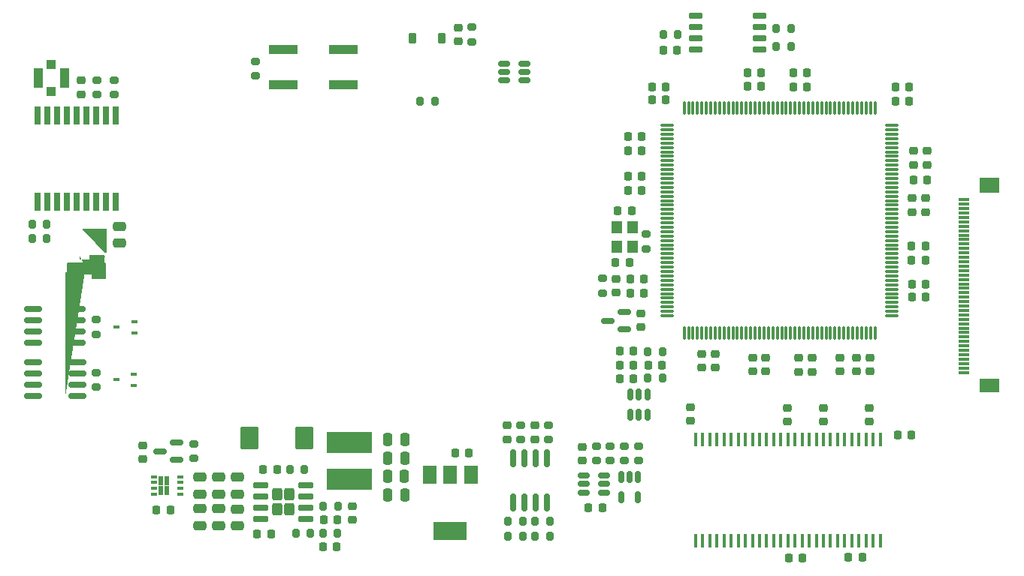
<source format=gbr>
%TF.GenerationSoftware,KiCad,Pcbnew,7.0.1*%
%TF.CreationDate,2024-06-10T08:55:10+03:00*%
%TF.ProjectId,Dash 6.8,44617368-2036-42e3-982e-6b696361645f,rev?*%
%TF.SameCoordinates,Original*%
%TF.FileFunction,Paste,Top*%
%TF.FilePolarity,Positive*%
%FSLAX46Y46*%
G04 Gerber Fmt 4.6, Leading zero omitted, Abs format (unit mm)*
G04 Created by KiCad (PCBNEW 7.0.1) date 2024-06-10 08:55:10*
%MOMM*%
%LPD*%
G01*
G04 APERTURE LIST*
G04 Aperture macros list*
%AMRoundRect*
0 Rectangle with rounded corners*
0 $1 Rounding radius*
0 $2 $3 $4 $5 $6 $7 $8 $9 X,Y pos of 4 corners*
0 Add a 4 corners polygon primitive as box body*
4,1,4,$2,$3,$4,$5,$6,$7,$8,$9,$2,$3,0*
0 Add four circle primitives for the rounded corners*
1,1,$1+$1,$2,$3*
1,1,$1+$1,$4,$5*
1,1,$1+$1,$6,$7*
1,1,$1+$1,$8,$9*
0 Add four rect primitives between the rounded corners*
20,1,$1+$1,$2,$3,$4,$5,0*
20,1,$1+$1,$4,$5,$6,$7,0*
20,1,$1+$1,$6,$7,$8,$9,0*
20,1,$1+$1,$8,$9,$2,$3,0*%
%AMFreePoly0*
4,1,42,-0.727168,1.845106,-0.719098,1.845106,-0.700152,1.831341,-0.679289,1.820711,1.820711,-0.679289,1.831341,-0.700152,1.845106,-0.719098,1.845106,-0.727168,1.848769,-0.734357,1.845106,-0.757485,1.845106,-0.780902,1.840363,-0.787429,1.839101,-0.795399,1.822544,-0.811955,1.808779,-0.830902,1.801104,-0.833395,1.795399,-0.839101,1.772269,-0.842764,1.750000,-0.850000,-0.750000,-0.850000,
-0.765063,-0.845106,-0.780902,-0.845106,-0.793715,-0.835796,-0.808779,-0.830902,-0.818088,-0.818088,-0.830902,-0.808779,-0.835796,-0.793715,-0.845106,-0.780902,-0.845106,-0.765063,-0.850000,-0.750000,-0.850000,1.750000,-0.842764,1.772269,-0.839101,1.795399,-0.833395,1.801104,-0.830902,1.808779,-0.811955,1.822544,-0.795399,1.839101,-0.787429,1.840363,-0.780902,1.845106,-0.757485,1.845106,
-0.734357,1.848769,-0.727168,1.845106,-0.727168,1.845106,$1*%
%AMFreePoly1*
4,1,69,-0.734937,1.345106,-0.719098,1.345106,-0.706284,1.335796,-0.691221,1.330902,-0.681911,1.318088,-0.669098,1.308779,-0.664203,1.293715,-0.654894,1.280902,-0.654894,1.265063,-0.650000,1.250000,-0.650000,0.850000,0.400000,0.850000,0.400000,1.250000,0.404894,1.265063,0.404894,1.280902,0.414203,1.293715,0.419098,1.308779,0.431911,1.318088,0.441221,1.330902,0.456284,1.335796,
0.469098,1.345106,0.484937,1.345106,0.500000,1.350000,2.000000,1.350000,2.015063,1.345106,2.030902,1.345106,2.043715,1.335796,2.058779,1.330902,2.068088,1.318088,2.080902,1.308779,2.085796,1.293715,2.095106,1.280902,2.095106,1.265063,2.100000,1.250000,2.100000,-0.500000,2.095106,-0.515063,2.095106,-0.530902,2.085796,-0.543715,2.080902,-0.558779,2.068088,-0.568088,
2.058779,-0.580902,2.043715,-0.585796,2.030902,-0.595106,2.015063,-0.595106,2.000000,-0.600000,-2.250000,-0.600000,-2.265063,-0.595106,-2.280902,-0.595106,-2.293715,-0.585796,-2.308779,-0.580902,-2.318088,-0.568088,-2.330902,-0.558779,-2.335796,-0.543715,-2.345106,-0.530902,-2.345106,-0.515063,-2.350000,-0.500000,-2.350000,1.250000,-2.345106,1.265063,-2.345106,1.280902,-2.335796,1.293715,
-2.330902,1.308779,-2.318088,1.318088,-2.308779,1.330902,-2.293715,1.335796,-2.280902,1.345106,-2.265063,1.345106,-2.250000,1.350000,-0.750000,1.350000,-0.734937,1.345106,-0.734937,1.345106,$1*%
G04 Aperture macros list end*
%ADD10C,0.200000*%
%ADD11RoundRect,0.200000X-0.200000X-0.275000X0.200000X-0.275000X0.200000X0.275000X-0.200000X0.275000X0*%
%ADD12RoundRect,0.225000X0.250000X-0.225000X0.250000X0.225000X-0.250000X0.225000X-0.250000X-0.225000X0*%
%ADD13RoundRect,0.200000X0.200000X0.275000X-0.200000X0.275000X-0.200000X-0.275000X0.200000X-0.275000X0*%
%ADD14RoundRect,0.218750X0.256250X-0.218750X0.256250X0.218750X-0.256250X0.218750X-0.256250X-0.218750X0*%
%ADD15RoundRect,0.225000X0.225000X0.250000X-0.225000X0.250000X-0.225000X-0.250000X0.225000X-0.250000X0*%
%ADD16RoundRect,0.150000X-0.825000X-0.150000X0.825000X-0.150000X0.825000X0.150000X-0.825000X0.150000X0*%
%ADD17RoundRect,0.225000X-0.225000X-0.250000X0.225000X-0.250000X0.225000X0.250000X-0.225000X0.250000X0*%
%ADD18RoundRect,0.075000X-0.675000X-0.075000X0.675000X-0.075000X0.675000X0.075000X-0.675000X0.075000X0*%
%ADD19RoundRect,0.075000X-0.075000X-0.675000X0.075000X-0.675000X0.075000X0.675000X-0.075000X0.675000X0*%
%ADD20RoundRect,0.150000X-0.512500X-0.150000X0.512500X-0.150000X0.512500X0.150000X-0.512500X0.150000X0*%
%ADD21RoundRect,0.200000X-0.275000X0.200000X-0.275000X-0.200000X0.275000X-0.200000X0.275000X0.200000X0*%
%ADD22R,3.200000X1.000000*%
%ADD23R,0.600000X1.000000*%
%ADD24R,0.700000X0.420000*%
%ADD25RoundRect,0.225000X-0.250000X0.225000X-0.250000X-0.225000X0.250000X-0.225000X0.250000X0.225000X0*%
%ADD26R,0.700000X0.450000*%
%ADD27RoundRect,0.200000X0.275000X-0.200000X0.275000X0.200000X-0.275000X0.200000X-0.275000X-0.200000X0*%
%ADD28RoundRect,0.150000X-0.150000X0.512500X-0.150000X-0.512500X0.150000X-0.512500X0.150000X0.512500X0*%
%ADD29RoundRect,0.218750X0.218750X0.256250X-0.218750X0.256250X-0.218750X-0.256250X0.218750X-0.256250X0*%
%ADD30R,0.458000X1.510000*%
%ADD31RoundRect,0.250000X0.787500X1.025000X-0.787500X1.025000X-0.787500X-1.025000X0.787500X-1.025000X0*%
%ADD32R,1.000000X1.000000*%
%ADD33R,1.050000X2.200000*%
%ADD34RoundRect,0.250000X0.475000X-0.250000X0.475000X0.250000X-0.475000X0.250000X-0.475000X-0.250000X0*%
%ADD35RoundRect,0.250000X-0.250000X-0.475000X0.250000X-0.475000X0.250000X0.475000X-0.250000X0.475000X0*%
%ADD36RoundRect,0.150000X-0.150000X0.825000X-0.150000X-0.825000X0.150000X-0.825000X0.150000X0.825000X0*%
%ADD37RoundRect,0.225000X-0.225000X-0.375000X0.225000X-0.375000X0.225000X0.375000X-0.225000X0.375000X0*%
%ADD38RoundRect,0.150000X0.650000X0.150000X-0.650000X0.150000X-0.650000X-0.150000X0.650000X-0.150000X0*%
%ADD39RoundRect,0.150000X0.587500X0.150000X-0.587500X0.150000X-0.587500X-0.150000X0.587500X-0.150000X0*%
%ADD40R,0.700000X2.000000*%
%ADD41R,5.100000X2.350000*%
%ADD42RoundRect,0.250000X-0.475000X0.250000X-0.475000X-0.250000X0.475000X-0.250000X0.475000X0.250000X0*%
%ADD43FreePoly0,180.000000*%
%ADD44FreePoly1,180.000000*%
%ADD45R,1.500000X2.000000*%
%ADD46R,3.800000X2.000000*%
%ADD47R,1.200000X1.400000*%
%ADD48RoundRect,0.250000X-0.315000X-0.460000X0.315000X-0.460000X0.315000X0.460000X-0.315000X0.460000X0*%
%ADD49RoundRect,0.150000X-0.737500X-0.150000X0.737500X-0.150000X0.737500X0.150000X-0.737500X0.150000X0*%
%ADD50R,1.300000X0.300000*%
%ADD51R,2.200000X1.800000*%
%ADD52R,2.200000X1.550000*%
G04 APERTURE END LIST*
%TO.C,C68*%
D10*
X119045000Y-106330000D02*
X116545000Y-103830000D01*
X119045000Y-103830000D01*
X119045000Y-106330000D01*
G36*
X119045000Y-106330000D02*
G01*
X116545000Y-103830000D01*
X119045000Y-103830000D01*
X119045000Y-106330000D01*
G37*
X119045000Y-109330000D02*
X117545000Y-109330000D01*
X117545000Y-108830000D01*
X116295000Y-108830000D01*
X116295000Y-109330000D01*
X114795000Y-109330000D01*
X114795000Y-107580000D01*
X119045000Y-107580000D01*
X119045000Y-109330000D01*
G36*
X119045000Y-109330000D02*
G01*
X117545000Y-109330000D01*
X117545000Y-108830000D01*
X116295000Y-108830000D01*
X116295000Y-109330000D01*
X114795000Y-109330000D01*
X114795000Y-107580000D01*
X119045000Y-107580000D01*
X119045000Y-109330000D01*
G37*
%TD*%
D11*
%TO.C,R11*%
X194625000Y-81150000D03*
X196275000Y-81150000D03*
%TD*%
D12*
%TO.C,C34*%
X199950000Y-125475000D03*
X199950000Y-123925000D03*
%TD*%
D13*
%TO.C,R18*%
X141475000Y-130885000D03*
X139825000Y-130885000D03*
%TD*%
D11*
%TO.C,R24*%
X164425000Y-136762500D03*
X166075000Y-136762500D03*
%TD*%
D14*
%TO.C,L2*%
X116300000Y-88537500D03*
X116300000Y-86962500D03*
%TD*%
D11*
%TO.C,R20*%
X110782500Y-103180000D03*
X112432500Y-103180000D03*
%TD*%
D15*
%TO.C,C51*%
X138375000Y-130885000D03*
X136825000Y-130885000D03*
%TD*%
D11*
%TO.C,R21*%
X110782500Y-104830000D03*
X112432500Y-104830000D03*
%TD*%
D13*
%TO.C,R14*%
X145175000Y-138110000D03*
X143525000Y-138110000D03*
%TD*%
D16*
%TO.C,U3*%
X110900000Y-118800000D03*
X110900000Y-120070000D03*
X110900000Y-121340000D03*
X110900000Y-122610000D03*
X115850000Y-122610000D03*
X115850000Y-121340000D03*
X115850000Y-120070000D03*
X115850000Y-118800000D03*
%TD*%
D17*
%TO.C,C10*%
X208075000Y-89300000D03*
X209625000Y-89300000D03*
%TD*%
D18*
%TO.C,U4*%
X182325000Y-92050000D03*
X182325000Y-92550000D03*
X182325000Y-93050000D03*
X182325000Y-93550000D03*
X182325000Y-94050000D03*
X182325000Y-94550000D03*
X182325000Y-95050000D03*
X182325000Y-95550000D03*
X182325000Y-96050000D03*
X182325000Y-96550000D03*
X182325000Y-97050000D03*
X182325000Y-97550000D03*
X182325000Y-98050000D03*
X182325000Y-98550000D03*
X182325000Y-99050000D03*
X182325000Y-99550000D03*
X182325000Y-100050000D03*
X182325000Y-100550000D03*
X182325000Y-101050000D03*
X182325000Y-101550000D03*
X182325000Y-102050000D03*
X182325000Y-102550000D03*
X182325000Y-103050000D03*
X182325000Y-103550000D03*
X182325000Y-104050000D03*
X182325000Y-104550000D03*
X182325000Y-105050000D03*
X182325000Y-105550000D03*
X182325000Y-106050000D03*
X182325000Y-106550000D03*
X182325000Y-107050000D03*
X182325000Y-107550000D03*
X182325000Y-108050000D03*
X182325000Y-108550000D03*
X182325000Y-109050000D03*
X182325000Y-109550000D03*
X182325000Y-110050000D03*
X182325000Y-110550000D03*
X182325000Y-111050000D03*
X182325000Y-111550000D03*
X182325000Y-112050000D03*
X182325000Y-112550000D03*
X182325000Y-113050000D03*
X182325000Y-113550000D03*
D19*
X184250000Y-115475000D03*
X184750000Y-115475000D03*
X185250000Y-115475000D03*
X185750000Y-115475000D03*
X186250000Y-115475000D03*
X186750000Y-115475000D03*
X187250000Y-115475000D03*
X187750000Y-115475000D03*
X188250000Y-115475000D03*
X188750000Y-115475000D03*
X189250000Y-115475000D03*
X189750000Y-115475000D03*
X190250000Y-115475000D03*
X190750000Y-115475000D03*
X191250000Y-115475000D03*
X191750000Y-115475000D03*
X192250000Y-115475000D03*
X192750000Y-115475000D03*
X193250000Y-115475000D03*
X193750000Y-115475000D03*
X194250000Y-115475000D03*
X194750000Y-115475000D03*
X195250000Y-115475000D03*
X195750000Y-115475000D03*
X196250000Y-115475000D03*
X196750000Y-115475000D03*
X197250000Y-115475000D03*
X197750000Y-115475000D03*
X198250000Y-115475000D03*
X198750000Y-115475000D03*
X199250000Y-115475000D03*
X199750000Y-115475000D03*
X200250000Y-115475000D03*
X200750000Y-115475000D03*
X201250000Y-115475000D03*
X201750000Y-115475000D03*
X202250000Y-115475000D03*
X202750000Y-115475000D03*
X203250000Y-115475000D03*
X203750000Y-115475000D03*
X204250000Y-115475000D03*
X204750000Y-115475000D03*
X205250000Y-115475000D03*
X205750000Y-115475000D03*
D18*
X207675000Y-113550000D03*
X207675000Y-113050000D03*
X207675000Y-112550000D03*
X207675000Y-112050000D03*
X207675000Y-111550000D03*
X207675000Y-111050000D03*
X207675000Y-110550000D03*
X207675000Y-110050000D03*
X207675000Y-109550000D03*
X207675000Y-109050000D03*
X207675000Y-108550000D03*
X207675000Y-108050000D03*
X207675000Y-107550000D03*
X207675000Y-107050000D03*
X207675000Y-106550000D03*
X207675000Y-106050000D03*
X207675000Y-105550000D03*
X207675000Y-105050000D03*
X207675000Y-104550000D03*
X207675000Y-104050000D03*
X207675000Y-103550000D03*
X207675000Y-103050000D03*
X207675000Y-102550000D03*
X207675000Y-102050000D03*
X207675000Y-101550000D03*
X207675000Y-101050000D03*
X207675000Y-100550000D03*
X207675000Y-100050000D03*
X207675000Y-99550000D03*
X207675000Y-99050000D03*
X207675000Y-98550000D03*
X207675000Y-98050000D03*
X207675000Y-97550000D03*
X207675000Y-97050000D03*
X207675000Y-96550000D03*
X207675000Y-96050000D03*
X207675000Y-95550000D03*
X207675000Y-95050000D03*
X207675000Y-94550000D03*
X207675000Y-94050000D03*
X207675000Y-93550000D03*
X207675000Y-93050000D03*
X207675000Y-92550000D03*
X207675000Y-92050000D03*
D19*
X205750000Y-90125000D03*
X205250000Y-90125000D03*
X204750000Y-90125000D03*
X204250000Y-90125000D03*
X203750000Y-90125000D03*
X203250000Y-90125000D03*
X202750000Y-90125000D03*
X202250000Y-90125000D03*
X201750000Y-90125000D03*
X201250000Y-90125000D03*
X200750000Y-90125000D03*
X200250000Y-90125000D03*
X199750000Y-90125000D03*
X199250000Y-90125000D03*
X198750000Y-90125000D03*
X198250000Y-90125000D03*
X197750000Y-90125000D03*
X197250000Y-90125000D03*
X196750000Y-90125000D03*
X196250000Y-90125000D03*
X195750000Y-90125000D03*
X195250000Y-90125000D03*
X194750000Y-90125000D03*
X194250000Y-90125000D03*
X193750000Y-90125000D03*
X193250000Y-90125000D03*
X192750000Y-90125000D03*
X192250000Y-90125000D03*
X191750000Y-90125000D03*
X191250000Y-90125000D03*
X190750000Y-90125000D03*
X190250000Y-90125000D03*
X189750000Y-90125000D03*
X189250000Y-90125000D03*
X188750000Y-90125000D03*
X188250000Y-90125000D03*
X187750000Y-90125000D03*
X187250000Y-90125000D03*
X186750000Y-90125000D03*
X186250000Y-90125000D03*
X185750000Y-90125000D03*
X185250000Y-90125000D03*
X184750000Y-90125000D03*
X184250000Y-90125000D03*
%TD*%
D17*
%TO.C,C45*%
X180187500Y-119100000D03*
X181737500Y-119100000D03*
%TD*%
D12*
%TO.C,C39*%
X205100000Y-125525000D03*
X205100000Y-123975000D03*
%TD*%
D20*
%TO.C,U13*%
X172937500Y-131587500D03*
X172937500Y-132537500D03*
X172937500Y-133487500D03*
X175212500Y-133487500D03*
X175212500Y-132537500D03*
X175212500Y-131587500D03*
%TD*%
D15*
%TO.C,C23*%
X182175000Y-87700000D03*
X180625000Y-87700000D03*
%TD*%
D12*
%TO.C,C38*%
X176600000Y-110950000D03*
X176600000Y-109400000D03*
%TD*%
D21*
%TO.C,R31*%
X177487500Y-128262500D03*
X177487500Y-129912500D03*
%TD*%
D22*
%TO.C,SW1*%
X145850000Y-87500000D03*
X139050000Y-87500000D03*
X145850000Y-83500000D03*
X139050000Y-83500000D03*
%TD*%
D12*
%TO.C,C43*%
X195900000Y-125475000D03*
X195900000Y-123925000D03*
%TD*%
D17*
%TO.C,C17*%
X209875000Y-105700000D03*
X211425000Y-105700000D03*
%TD*%
%TO.C,C32*%
X176987500Y-117550000D03*
X178537500Y-117550000D03*
%TD*%
D13*
%TO.C,R33*%
X166075000Y-138412500D03*
X164425000Y-138412500D03*
%TD*%
D21*
%TO.C,R2*%
X118030000Y-119955000D03*
X118030000Y-121605000D03*
%TD*%
%TO.C,R8*%
X180000000Y-104325000D03*
X180000000Y-105975000D03*
%TD*%
D13*
%TO.C,R10*%
X183525000Y-81835000D03*
X181875000Y-81835000D03*
%TD*%
D15*
%TO.C,C6*%
X192925000Y-86120000D03*
X191375000Y-86120000D03*
%TD*%
D21*
%TO.C,R3*%
X175050000Y-109350000D03*
X175050000Y-111000000D03*
%TD*%
D23*
%TO.C,Q1*%
X125985000Y-133265000D03*
X125985000Y-132135000D03*
X125275000Y-133265000D03*
X125275000Y-132135000D03*
D24*
X124505000Y-133675000D03*
X124505000Y-133025000D03*
X124505000Y-132375000D03*
X124505000Y-131725000D03*
X127505000Y-133675000D03*
X127505000Y-133025000D03*
X127505000Y-132375000D03*
X127505000Y-131725000D03*
%TD*%
D25*
%TO.C,C19*%
X193450000Y-118250000D03*
X193450000Y-119800000D03*
%TD*%
D13*
%TO.C,R32*%
X169125000Y-138412500D03*
X167475000Y-138412500D03*
%TD*%
D12*
%TO.C,C44*%
X158775000Y-82550000D03*
X158775000Y-81000000D03*
%TD*%
D26*
%TO.C,D2*%
X122255000Y-121430000D03*
X122255000Y-120130000D03*
X120255000Y-120780000D03*
%TD*%
D12*
%TO.C,C50*%
X123220000Y-129720000D03*
X123220000Y-128170000D03*
%TD*%
D25*
%TO.C,C22*%
X205200000Y-118275000D03*
X205200000Y-119825000D03*
%TD*%
%TO.C,C18*%
X198700000Y-118325000D03*
X198700000Y-119875000D03*
%TD*%
%TO.C,C71*%
X164300000Y-125937500D03*
X164300000Y-127487500D03*
%TD*%
D27*
%TO.C,R5*%
X160350000Y-82625000D03*
X160350000Y-80975000D03*
%TD*%
D28*
%TO.C,U12*%
X179037500Y-131750000D03*
X178087500Y-131750000D03*
X177137500Y-131750000D03*
X177137500Y-134025000D03*
X179037500Y-134025000D03*
%TD*%
D15*
%TO.C,C30*%
X179475000Y-99447500D03*
X177925000Y-99447500D03*
%TD*%
D25*
%TO.C,C7*%
X209950000Y-100275000D03*
X209950000Y-101825000D03*
%TD*%
D11*
%TO.C,R9*%
X180137500Y-117600000D03*
X181787500Y-117600000D03*
%TD*%
D29*
%TO.C,FB1*%
X178550000Y-120650000D03*
X176975000Y-120650000D03*
%TD*%
D25*
%TO.C,C8*%
X203650000Y-118275000D03*
X203650000Y-119825000D03*
%TD*%
D15*
%TO.C,C28*%
X192925000Y-87670000D03*
X191375000Y-87670000D03*
%TD*%
D30*
%TO.C,U14*%
X206350000Y-127475000D03*
X205550000Y-127475000D03*
X204750000Y-127475000D03*
X203950000Y-127475000D03*
X203150000Y-127475000D03*
X202350000Y-127475000D03*
X201550000Y-127475000D03*
X200750000Y-127475000D03*
X199950000Y-127475000D03*
X199150000Y-127475000D03*
X198350000Y-127475000D03*
X197550000Y-127475000D03*
X196750000Y-127475000D03*
X195950000Y-127475000D03*
X195150000Y-127475000D03*
X194350000Y-127475000D03*
X193550000Y-127475000D03*
X192750000Y-127475000D03*
X191950000Y-127475000D03*
X191150000Y-127475000D03*
X190350000Y-127475000D03*
X189550000Y-127475000D03*
X188750000Y-127475000D03*
X187950000Y-127475000D03*
X187150000Y-127475000D03*
X186350000Y-127475000D03*
X185550000Y-127475000D03*
X185550000Y-138975000D03*
X186350000Y-138975000D03*
X187150000Y-138975000D03*
X187950000Y-138975000D03*
X188750000Y-138975000D03*
X189550000Y-138975000D03*
X190350000Y-138975000D03*
X191150000Y-138975000D03*
X191950000Y-138975000D03*
X192750000Y-138975000D03*
X193550000Y-138975000D03*
X194350000Y-138975000D03*
X195150000Y-138975000D03*
X195950000Y-138975000D03*
X196750000Y-138975000D03*
X197550000Y-138975000D03*
X198350000Y-138975000D03*
X199150000Y-138975000D03*
X199950000Y-138975000D03*
X200750000Y-138975000D03*
X201550000Y-138975000D03*
X202350000Y-138975000D03*
X203150000Y-138975000D03*
X203950000Y-138975000D03*
X204750000Y-138975000D03*
X205550000Y-138975000D03*
X206350000Y-138975000D03*
%TD*%
D31*
%TO.C,C67*%
X141462500Y-127310000D03*
X135237500Y-127310000D03*
%TD*%
D32*
%TO.C,J3*%
X112925000Y-88200000D03*
D33*
X111450000Y-86700000D03*
D32*
X112925000Y-85200000D03*
D33*
X114400000Y-86700000D03*
%TD*%
D21*
%TO.C,R1*%
X118000000Y-113975000D03*
X118000000Y-115625000D03*
%TD*%
D27*
%TO.C,R4*%
X135950000Y-86475000D03*
X135950000Y-84825000D03*
%TD*%
D34*
%TO.C,C53*%
X129687500Y-133665000D03*
X129687500Y-131765000D03*
%TD*%
D17*
%TO.C,C59*%
X158450000Y-129030000D03*
X160000000Y-129030000D03*
%TD*%
D20*
%TO.C,U6*%
X163987500Y-85075000D03*
X163987500Y-86025000D03*
X163987500Y-86975000D03*
X166262500Y-86975000D03*
X166262500Y-86025000D03*
X166262500Y-85075000D03*
%TD*%
D34*
%TO.C,C69*%
X120607500Y-105330000D03*
X120607500Y-103430000D03*
%TD*%
D25*
%TO.C,C36*%
X201800000Y-118275000D03*
X201800000Y-119825000D03*
%TD*%
D17*
%TO.C,C40*%
X202775000Y-140800000D03*
X204325000Y-140800000D03*
%TD*%
D13*
%TO.C,R6*%
X156150000Y-89325000D03*
X154500000Y-89325000D03*
%TD*%
D35*
%TO.C,C64*%
X150850000Y-129610000D03*
X152750000Y-129610000D03*
%TD*%
D27*
%TO.C,R28*%
X174337500Y-129912500D03*
X174337500Y-128262500D03*
%TD*%
D25*
%TO.C,C27*%
X211500000Y-100275000D03*
X211500000Y-101825000D03*
%TD*%
D15*
%TO.C,C31*%
X178537500Y-119100000D03*
X176987500Y-119100000D03*
%TD*%
D35*
%TO.C,C65*%
X150837500Y-131700000D03*
X152737500Y-131700000D03*
%TD*%
D15*
%TO.C,C48*%
X183475000Y-83585000D03*
X181925000Y-83585000D03*
%TD*%
D17*
%TO.C,C58*%
X136125000Y-138160000D03*
X137675000Y-138160000D03*
%TD*%
%TO.C,C35*%
X208325000Y-127000000D03*
X209875000Y-127000000D03*
%TD*%
D36*
%TO.C,U11*%
X168810000Y-129650000D03*
X167540000Y-129650000D03*
X166270000Y-129650000D03*
X165000000Y-129650000D03*
X165000000Y-134600000D03*
X166270000Y-134600000D03*
X167540000Y-134600000D03*
X168810000Y-134600000D03*
%TD*%
D17*
%TO.C,C46*%
X176775000Y-101700000D03*
X178325000Y-101700000D03*
%TD*%
D13*
%TO.C,R17*%
X142125000Y-138110000D03*
X140475000Y-138110000D03*
%TD*%
D34*
%TO.C,C52*%
X131787500Y-133665000D03*
X131787500Y-131765000D03*
%TD*%
D13*
%TO.C,R12*%
X196275000Y-83150000D03*
X194625000Y-83150000D03*
%TD*%
D17*
%TO.C,C49*%
X124795000Y-135495000D03*
X126345000Y-135495000D03*
%TD*%
D15*
%TO.C,C24*%
X198075000Y-87700000D03*
X196525000Y-87700000D03*
%TD*%
D26*
%TO.C,D1*%
X122275000Y-115500000D03*
X122275000Y-114200000D03*
X120275000Y-114850000D03*
%TD*%
D15*
%TO.C,C5*%
X182175000Y-89200000D03*
X180625000Y-89200000D03*
%TD*%
D37*
%TO.C,D3*%
X153600000Y-82250000D03*
X156900000Y-82250000D03*
%TD*%
D17*
%TO.C,C16*%
X209875000Y-107250000D03*
X211425000Y-107250000D03*
%TD*%
D25*
%TO.C,C20*%
X187750000Y-117875000D03*
X187750000Y-119425000D03*
%TD*%
%TO.C,C61*%
X146850000Y-135035000D03*
X146850000Y-136585000D03*
%TD*%
D38*
%TO.C,U7*%
X192750000Y-83525000D03*
X192750000Y-82255000D03*
X192750000Y-80985000D03*
X192750000Y-79715000D03*
X185550000Y-79715000D03*
X185550000Y-80985000D03*
X185550000Y-82255000D03*
X185550000Y-83525000D03*
%TD*%
D15*
%TO.C,C62*%
X145075000Y-139660000D03*
X143525000Y-139660000D03*
%TD*%
D39*
%TO.C,D6*%
X127057500Y-129795000D03*
X127057500Y-127895000D03*
X125182500Y-128845000D03*
%TD*%
D16*
%TO.C,U2*%
X110875000Y-112795000D03*
X110875000Y-114065000D03*
X110875000Y-115335000D03*
X110875000Y-116605000D03*
X115825000Y-116605000D03*
X115825000Y-115335000D03*
X115825000Y-114065000D03*
X115825000Y-112795000D03*
%TD*%
D15*
%TO.C,C47*%
X178075000Y-107550000D03*
X176525000Y-107550000D03*
%TD*%
%TO.C,C3*%
X179475000Y-97800000D03*
X177925000Y-97800000D03*
%TD*%
D13*
%TO.C,R7*%
X181787500Y-120600000D03*
X180137500Y-120600000D03*
%TD*%
D39*
%TO.C,U1*%
X177487500Y-115050000D03*
X177487500Y-113150000D03*
X175612500Y-114100000D03*
%TD*%
D40*
%TO.C,U10*%
X111400000Y-100650000D03*
X112500000Y-100650000D03*
X113600000Y-100650000D03*
X114700000Y-100650000D03*
X115800000Y-100650000D03*
X116900000Y-100650000D03*
X118000000Y-100650000D03*
X119100000Y-100650000D03*
X120200000Y-100650000D03*
X120200000Y-90950000D03*
X119100000Y-90950000D03*
X118000000Y-90950000D03*
X116900000Y-90950000D03*
X115800000Y-90950000D03*
X114700000Y-90950000D03*
X113600000Y-90950000D03*
X112500000Y-90950000D03*
X111400000Y-90950000D03*
%TD*%
D41*
%TO.C,L1*%
X146550000Y-132035000D03*
X146550000Y-127885000D03*
%TD*%
D12*
%TO.C,C42*%
X185000000Y-125425000D03*
X185000000Y-123875000D03*
%TD*%
D21*
%TO.C,R30*%
X179087500Y-128262500D03*
X179087500Y-129912500D03*
%TD*%
%TO.C,R13*%
X129020000Y-128020000D03*
X129020000Y-129670000D03*
%TD*%
D17*
%TO.C,C25*%
X208075000Y-87750000D03*
X209625000Y-87750000D03*
%TD*%
D15*
%TO.C,C4*%
X179475000Y-93350000D03*
X177925000Y-93350000D03*
%TD*%
D25*
%TO.C,C14*%
X186200000Y-117875000D03*
X186200000Y-119425000D03*
%TD*%
%TO.C,C12*%
X191950000Y-118250000D03*
X191950000Y-119800000D03*
%TD*%
%TO.C,C26*%
X211630000Y-94955000D03*
X211630000Y-96505000D03*
%TD*%
%TO.C,C11*%
X197150000Y-118325000D03*
X197150000Y-119875000D03*
%TD*%
D27*
%TO.C,R29*%
X175887500Y-129912500D03*
X175887500Y-128262500D03*
%TD*%
D42*
%TO.C,C55*%
X131787500Y-135315000D03*
X131787500Y-137215000D03*
%TD*%
D43*
%TO.C,C68*%
X118295000Y-104580000D03*
D44*
X116795000Y-108080000D03*
%TD*%
D15*
%TO.C,C1*%
X179720000Y-109425000D03*
X178170000Y-109425000D03*
%TD*%
D12*
%TO.C,C70*%
X167400000Y-127487500D03*
X167400000Y-125937500D03*
%TD*%
D17*
%TO.C,C60*%
X143625000Y-136560000D03*
X145175000Y-136560000D03*
%TD*%
D25*
%TO.C,C33*%
X179350000Y-113275000D03*
X179350000Y-114825000D03*
%TD*%
%TO.C,C73*%
X172737500Y-128320000D03*
X172737500Y-129870000D03*
%TD*%
D45*
%TO.C,U9*%
X160200000Y-131530000D03*
X157900000Y-131530000D03*
D46*
X157900000Y-137830000D03*
D45*
X155600000Y-131530000D03*
%TD*%
D47*
%TO.C,Y1*%
X176700000Y-103550000D03*
X176700000Y-105750000D03*
X178400000Y-105750000D03*
X178400000Y-103550000D03*
%TD*%
D13*
%TO.C,R26*%
X169125000Y-136762500D03*
X167475000Y-136762500D03*
%TD*%
D11*
%TO.C,R15*%
X143575000Y-135010000D03*
X145225000Y-135010000D03*
%TD*%
D15*
%TO.C,C2*%
X179475000Y-94900000D03*
X177925000Y-94900000D03*
%TD*%
D28*
%TO.C,D4*%
X180100000Y-122462500D03*
X179150000Y-122462500D03*
X178200000Y-122462500D03*
X178200000Y-124737500D03*
X179150000Y-124737500D03*
X180100000Y-124737500D03*
%TD*%
D21*
%TO.C,R22*%
X168950000Y-125887500D03*
X168950000Y-127537500D03*
%TD*%
D48*
%TO.C,U8*%
X138407500Y-133715000D03*
X138407500Y-135415000D03*
X139767500Y-133715000D03*
X139767500Y-135415000D03*
D49*
X136525000Y-132660000D03*
X136525000Y-133930000D03*
X136525000Y-135200000D03*
X136525000Y-136470000D03*
X141650000Y-136470000D03*
X141650000Y-135200000D03*
X141650000Y-133930000D03*
X141650000Y-132660000D03*
%TD*%
D35*
%TO.C,C66*%
X150850000Y-133800000D03*
X152750000Y-133800000D03*
%TD*%
D15*
%TO.C,C41*%
X197600000Y-140900000D03*
X196050000Y-140900000D03*
%TD*%
D34*
%TO.C,C57*%
X133937500Y-133665000D03*
X133937500Y-131765000D03*
%TD*%
D15*
%TO.C,C9*%
X198075000Y-86150000D03*
X196525000Y-86150000D03*
%TD*%
D17*
%TO.C,C37*%
X210075000Y-98200000D03*
X211625000Y-98200000D03*
%TD*%
D35*
%TO.C,C63*%
X150850000Y-127500000D03*
X152750000Y-127500000D03*
%TD*%
D27*
%TO.C,R19*%
X118065000Y-88582500D03*
X118065000Y-86932500D03*
%TD*%
D17*
%TO.C,C13*%
X209925000Y-111450000D03*
X211475000Y-111450000D03*
%TD*%
%TO.C,C21*%
X209925000Y-109950000D03*
X211475000Y-109950000D03*
%TD*%
D25*
%TO.C,C15*%
X210080000Y-94955000D03*
X210080000Y-96505000D03*
%TD*%
D21*
%TO.C,R16*%
X120050000Y-86925000D03*
X120050000Y-88575000D03*
%TD*%
D42*
%TO.C,C56*%
X129687500Y-135315000D03*
X129687500Y-137215000D03*
%TD*%
%TO.C,C54*%
X133937500Y-135365000D03*
X133937500Y-137265000D03*
%TD*%
D17*
%TO.C,C72*%
X173462500Y-135187500D03*
X175012500Y-135187500D03*
%TD*%
D15*
%TO.C,C29*%
X179725000Y-110975000D03*
X178175000Y-110975000D03*
%TD*%
D50*
%TO.C,J4*%
X215800000Y-100450000D03*
X215800000Y-100950000D03*
X215800000Y-101450000D03*
X215800000Y-101950000D03*
X215800000Y-102450000D03*
X215800000Y-102950000D03*
X215800000Y-103450000D03*
X215800000Y-103950000D03*
X215800000Y-104450000D03*
X215800000Y-104950000D03*
X215800000Y-105450000D03*
X215800000Y-105950000D03*
X215800000Y-106450000D03*
X215800000Y-106950000D03*
X215800000Y-107450000D03*
X215800000Y-107950000D03*
X215800000Y-108450000D03*
X215800000Y-108950000D03*
X215800000Y-109450000D03*
X215800000Y-109950000D03*
X215800000Y-110450000D03*
X215800000Y-110950000D03*
X215800000Y-111450000D03*
X215800000Y-111950000D03*
X215800000Y-112450000D03*
X215800000Y-112950000D03*
X215800000Y-113450000D03*
X215800000Y-113950000D03*
X215800000Y-114450000D03*
X215800000Y-114950000D03*
X215800000Y-115450000D03*
X215800000Y-115950000D03*
X215800000Y-116450000D03*
X215800000Y-116950000D03*
X215800000Y-117450000D03*
X215800000Y-117950000D03*
X215800000Y-118450000D03*
X215800000Y-118950000D03*
X215800000Y-119450000D03*
X215800000Y-119950000D03*
D51*
X218700000Y-98800000D03*
D52*
X218700000Y-121450000D03*
%TD*%
D21*
%TO.C,R23*%
X165850000Y-125887500D03*
X165850000Y-127537500D03*
%TD*%
M02*

</source>
